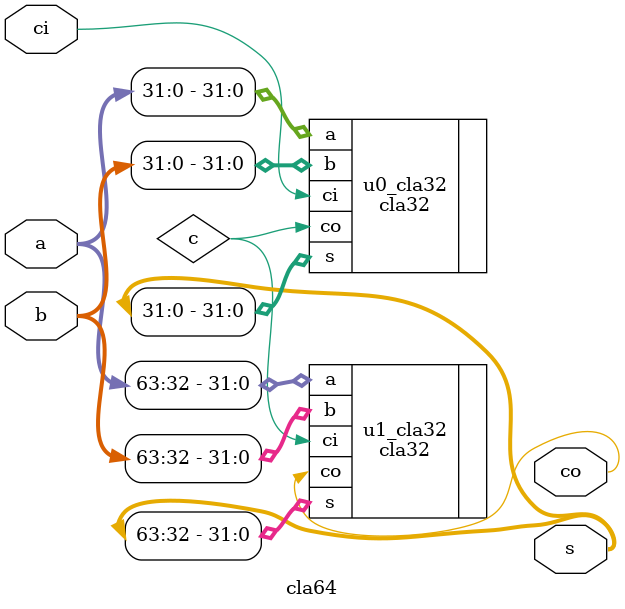
<source format=v>
module cla64 (a,b,ci,co,s);

	input [63:0] a,b;// 32bit input signal a,b
	input ci;// 1bit output signal
	output co;// 1bit output signal
	output [63:0] s;// 64bit output signal
	wire c;//1 bit internal carry wire signal
	
	cla32 u0_cla32(.a(a[31:0]),.b(b[31:0]), .ci(ci), .co(c), .s(s[31:0]));
	cla32 u1_cla32(.a(a[63:32]),.b(b[63:32]), .ci(c), .co(co), .s(s[63:32]));
	
endmodule

	
	
	
</source>
